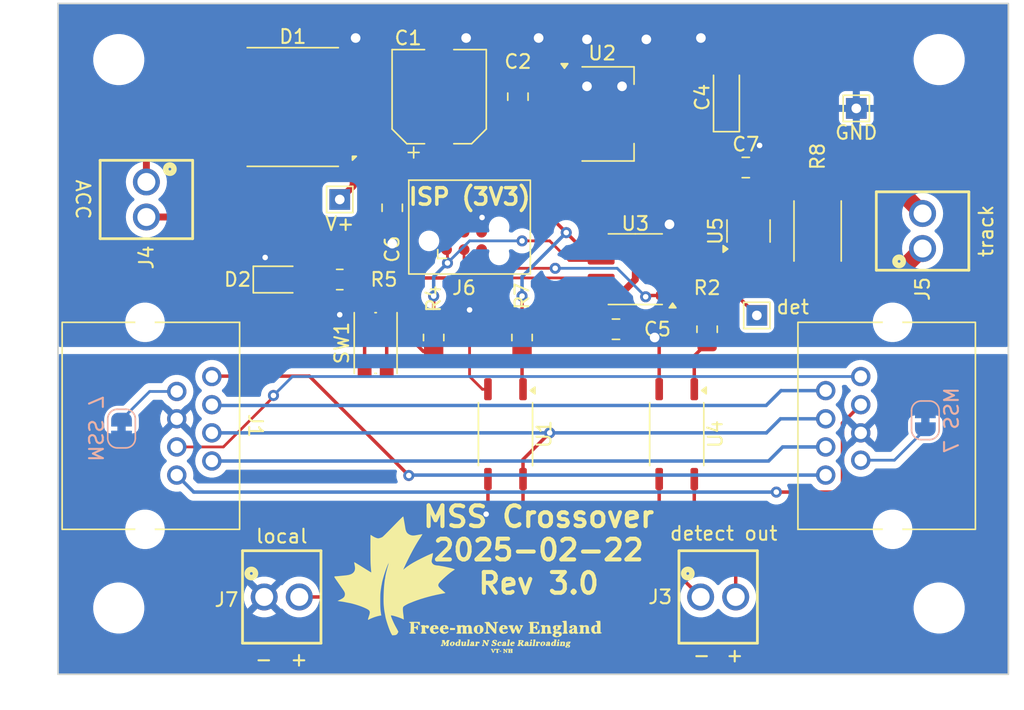
<source format=kicad_pcb>
(kicad_pcb (version 20240108) (generator "pcbnew") (generator_version "8.0")
  (title_block (date "2025-02-22") (rev "3.0"))
  (layers (0 "F.Cu" signal) (31 "B.Cu" signal) (34 "B.Paste" user) (35 "F.Paste" user) (36 "B.SilkS" user "B.Silkscreen") (37 "F.SilkS" user "F.Silkscreen") (38 "B.Mask" user) (39 "F.Mask" user) (44 "Edge.Cuts" user))
  (net 0 "")
  (net 1 "/Local A")
  (net 2 "/AAin A")
  (net 3 "/Ain A")
  (net 4 "Net-(D1-+)")
  (net 5 "/AD A")
  (net 6 "+3.3V")
  (net 7 "GND")
  (net 8 "/Ain B")
  (net 9 "/MOSI")
  (net 10 "/7 A")
  (net 11 "Net-(D2-A)")
  (net 12 "/AAin B")
  (net 13 "/RST")
  (net 14 "/SCK")
  (net 15 "/MISO")
  (net 16 "Net-(J5-Pin_1)")
  (net 17 "Net-(J4-Pin_1)")
  (net 18 "Net-(J4-Pin_2)")
  (net 19 "Net-(J3-Pin_2)")
  (net 20 "Net-(R4-Pad2)")
  (net 21 "Net-(U3-XTAL2{slash}PB4)")
  (net 22 "Net-(J5-Pin_2)")
  (net 23 "/7 B")
  (net 24 "Net-(U3-XTAL1{slash}PB3)")
  (net 25 "/MSS GND")
  (net 26 "Net-(J3-Pin_1)")
  (net 27 "Net-(R2-Pad2)")
  (net 28 "Net-(R7-Pad2)")
  (footprint "TestPoint:TestPoint_THTPad_1.5x1.5mm_Drill0.7mm" (layer "F.Cu") (at 161 97.6)
    (property "Reference" "TP1" (hide yes))
    (property "Value" "GND" (at 0 1.75 0) (layer "F.SilkS"))
    (pad "1" thru_hole rect (at 0 0) (size 1.5 1.5) (drill 0.7) (layers "*.Cu" "*.Mask") (net 7 "GND"))
  )
  (footprint "Package_TO_SOT_SMD:SOT-223-3_TabPin2" (layer "F.Cu") (at 143 98)
    (property "Reference" "U2" (at -0.4 -4.4 0) (layer "F.SilkS"))
    (property "Value" "AMS1117-3.3")
    (pad "1" smd roundrect (at -3.15 -2.3) (size 2 1.5) (layers "F.Cu" "F.Paste" "F.Mask") (net 7 "GND"))
    (pad "2" smd roundrect (at -3.15 0) (size 2 1.5) (layers "F.Cu" "F.Paste" "F.Mask") (net 6 "+3.3V"))
    (pad "2" smd roundrect (at 3.15 0) (size 2 3.8) (layers "F.Cu" "F.Paste" "F.Mask") (net 6 "+3.3V"))
    (pad "3" smd roundrect (at -3.15 2.3) (size 2 1.5) (layers "F.Cu" "F.Paste" "F.Mask") (net 4 "Net-(D1-+)"))
  )
  (footprint "myMods:MJ3221-88" (layer "F.Cu") (at 111.8 120.6 -90)
    (property "Reference" "J1" (at 0 -5.7 -90) (layer "F.SilkS"))
    (property "Value" "RJ45")
    (pad "" np_thru_hole circle (at -7.5 2.3 270) (size 1.4 1.4) (drill 2.36) (layers "F&B.Cu" "*.Mask"))
    (pad "" np_thru_hole circle (at 7.5 2.3 270) (size 1.4 1.4) (drill 2.36) (layers "F&B.Cu" "*.Mask"))
    (pad "1" thru_hole circle (at 3.57 0 270) (size 1.4 1.4) (drill 0.9) (layers "*.Cu" "*.Mask") (net 2 "/AAin A"))
    (pad "2" thru_hole circle (at 2.55 -2.54 270) (size 1.4 1.4) (drill 0.9) (layers "*.Cu" "*.Mask") (net 3 "/Ain A"))
    (pad "3" thru_hole circle (at 1.53 0 270) (size 1.4 1.4) (drill 0.9) (layers "*.Cu" "*.Mask") (net 12 "/AAin B"))
    (pad "4" thru_hole circle (at 0.51 -2.54 270) (size 1.4 1.4) (drill 0.9) (layers "*.Cu" "*.Mask") (net 1 "/Local A"))
    (pad "5" thru_hole circle (at -0.51 0 270) (size 1.4 1.4) (drill 0.9) (layers "*.Cu" "*.Mask") (net 25 "/MSS GND"))
    (pad "6" thru_hole circle (at -1.53 -2.54 270) (size 1.4 1.4) (drill 0.9) (layers "*.Cu" "*.Mask") (net 8 "/Ain B"))
    (pad "7" thru_hole circle (at -2.49 0 270) (size 1.4 1.4) (drill 0.9) (layers "*.Cu" "*.Mask") (net 10 "/7 A"))
    (pad "8" thru_hole circle (at -3.57 -2.54 270) (size 1.4 1.4) (drill 0.9) (layers "*.Cu" "*.Mask") (net 5 "/AD A"))
  )
  (footprint "Resistor_SMD:R_0805_2012Metric_Pad1.20x1.40mm_HandSolder" (layer "F.Cu") (at 150.2 113.6 -90)
    (property "Reference" "R2" (at -3 0 180) (layer "F.SilkS"))
    (property "Value" "2.2k")
    (pad "1" smd roundrect (at -1 0 270) (size 1.2 1.4) (layers "F.Cu" "F.Paste" "F.Mask") (roundrect_rratio 0.2083333333) (net 24 "Net-(U3-XTAL1{slash}PB3)"))
    (pad "2" smd roundrect (at 1 0 270) (size 1.2 1.4) (layers "F.Cu" "F.Paste" "F.Mask") (roundrect_rratio 0.2083333333) (net 27 "Net-(R2-Pad2)"))
  )
  (footprint "Resistor_SMD:R_0805_2012Metric_Pad1.20x1.40mm_HandSolder" (layer "F.Cu") (at 123.6 110 180)
    (property "Reference" "R5" (at -3.2 0 0) (layer "F.SilkS"))
    (property "Value" "4.7k")
    (pad "1" smd roundrect (at -1 0 180) (size 1.2 1.4) (layers "F.Cu" "F.Paste" "F.Mask") (roundrect_rratio 0.2083333333) (net 14 "/SCK"))
    (pad "2" smd roundrect (at 1 0 180) (size 1.2 1.4) (layers "F.Cu" "F.Paste" "F.Mask") (roundrect_rratio 0.2083333333) (net 11 "Net-(D2-A)"))
  )
  (footprint "Package_SO:SOIC-8_3.9x4.9mm_P1.27mm" (layer "F.Cu") (at 145 109.25 180)
    (property "Reference" "U3" (at 0 3.302 0) (layer "F.SilkS"))
    (property "Value" "ATtiny25-20SS")
    (pad "1" smd roundrect (at -2.475 -1.905 180) (size 1.95 0.6) (layers "F.Cu" "F.Paste" "F.Mask") (net 13 "/RST"))
    (pad "2" smd roundrect (at -2.475 -0.635 180) (size 1.95 0.6) (layers "F.Cu" "F.Paste" "F.Mask") (net 24 "Net-(U3-XTAL1{slash}PB3)"))
    (pad "3" smd roundrect (at -2.475 0.635 180) (size 1.95 0.6) (layers "F.Cu" "F.Paste" "F.Mask") (net 21 "Net-(U3-XTAL2{slash}PB4)"))
    (pad "4" smd roundrect (at -2.475 1.905 180) (size 1.95 0.6) (layers "F.Cu" "F.Paste" "F.Mask") (net 7 "GND"))
    (pad "5" smd roundrect (at 2.475 1.905 180) (size 1.95 0.6) (layers "F.Cu" "F.Paste" "F.Mask") (net 9 "/MOSI"))
    (pad "6" smd roundrect (at 2.475 0.635 180) (size 1.95 0.6) (layers "F.Cu" "F.Paste" "F.Mask") (net 15 "/MISO"))
    (pad "7" smd roundrect (at 2.475 -0.635 180) (size 1.95 0.6) (layers "F.Cu" "F.Paste" "F.Mask") (net 14 "/SCK"))
    (pad "8" smd roundrect (at 2.475 -1.905 180) (size 1.95 0.6) (layers "F.Cu" "F.Paste" "F.Mask") (net 6 "+3.3V"))
  )
  (footprint "MountingHole:MountingHole_3.2mm_M3" (layer "F.Cu") (at 167 94.064)
    (property "Reference" "REF**" (hide yes))
    (property "Value" "MountingHole_3.2mm_M3" (hide yes))
    (pad "" np_thru_hole circle (at 0 0) (size 3.2 3.2) (drill 3.2) (layers "*.Cu" "*.Mask"))
  )
  (footprint "Package_TO_SOT_SMD:SOT-23-5" (layer "F.Cu") (at 153.2 106.48375 90)
    (property "Reference" "U5" (at 0 -2.4 90) (layer "F.SilkS"))
    (property "Value" "INA180A3")
    (pad "1" smd roundrect (at -1.1375 -0.95 90) (size 1.325 0.6) (layers "F.Cu" "F.Paste" "F.Mask") (net 21 "Net-(U3-XTAL2{slash}PB4)"))
    (pad "2" smd roundrect (at -1.1375 0 90) (size 1.325 0.6) (layers "F.Cu" "F.Paste" "F.Mask") (net 7 "GND"))
    (pad "3" smd roundrect (at -1.1375 0.95 90) (size 1.325 0.6) (layers "F.Cu" "F.Paste" "F.Mask") (net 16 "Net-(J5-Pin_1)"))
    (pad "4" smd roundrect (at 1.1375 0.95 90) (size 1.325 0.6) (layers "F.Cu" "F.Paste" "F.Mask") (net 22 "Net-(J5-Pin_2)"))
    (pad "5" smd roundrect (at 1.1375 -0.95 90) (size 1.325 0.6) (layers "F.Cu" "F.Paste" "F.Mask") (net 6 "+3.3V"))
  )
  (footprint "MountingHole:MountingHole_3.2mm_M3" (layer "F.Cu") (at 107.6 133.8)
    (property "Reference" "REF**" (hide yes))
    (property "Value" "MountingHole_3.2mm_M3" (hide yes))
    (pad "" np_thru_hole circle (at 0 0) (size 3.2 3.2) (drill 3.2) (layers "*.Cu" "*.Mask"))
  )
  (footprint "Capacitor_SMD:C_0805_2012Metric_Pad1.18x1.45mm_HandSolder" (layer "F.Cu") (at 127.4 104.8 90)
    (property "Reference" "C6" (at -3 0 90) (layer "F.SilkS"))
    (property "Value" "100nF")
    (pad "1" smd roundrect (at -1.0375 0 90) (size 1.175 1.45) (layers "F.Cu" "F.Paste" "F.Mask") (roundrect_rratio 0.2127659574) (net 7 "GND"))
    (pad "2" smd roundrect (at 1.0375 0 90) (size 1.175 1.45) (layers "F.Cu" "F.Paste" "F.Mask") (roundrect_rratio 0.2127659574) (net 6 "+3.3V"))
  )
  (footprint "Capacitor_SMD:CP_Elec_6.3x7.7" (layer "F.Cu") (at 130.8 96.75 90)
    (property "Reference" "C1" (at 4.25 -2.25 180) (layer "F.SilkS"))
    (property "Value" "100µF")
    (pad "1" smd roundrect (at -2.7 0 90) (size 3.5 1.6) (layers "F.Cu" "F.Paste" "F.Mask") (roundrect_rratio 0.15625) (net 4 "Net-(D1-+)"))
    (pad "2" smd roundrect (at 2.7 0 90) (size 3.5 1.6) (layers "F.Cu" "F.Paste" "F.Mask") (roundrect_rratio 0.15625) (net 7 "GND"))
  )
  (footprint "Capacitor_SMD:C_0805_2012Metric_Pad1.18x1.45mm_HandSolder" (layer "F.Cu") (at 136.5 96.75 90)
    (property "Reference" "C2" (at 2.54 0 180) (layer "F.SilkS"))
    (property "Value" ".33µF")
    (pad "1" smd roundrect (at -1.0375 0 90) (size 1.175 1.45) (layers "F.Cu" "F.Paste" "F.Mask") (roundrect_rratio 0.2127659574) (net 4 "Net-(D1-+)"))
    (pad "2" smd roundrect (at 1.0375 0 90) (size 1.175 1.45) (layers "F.Cu" "F.Paste" "F.Mask") (roundrect_rratio 0.2127659574) (net 7 "GND"))
  )
  (footprint "MountingHole:MountingHole_3.2mm_M3" (layer "F.Cu") (at 107.6 94.064)
    (property "Reference" "REF**" (hide yes))
    (property "Value" "MountingHole_3.2mm_M3" (hide yes))
    (pad "" np_thru_hole circle (at 0 0) (size 3.2 3.2) (drill 3.2) (layers "*.Cu" "*.Mask"))
  )
  (footprint "myMods:Free-moNH-20" (layer "F.Cu") (at 132.8 132.4)
    (property "Reference" "G***" (hide yes))
    (property "Value" "LOGO" (hide yes))
  )
  (footprint "Package_SO:SOIC-4_4.55x3.7mm_P2.54mm" (layer "F.Cu") (at 148 121.2 -90)
    (property "Reference" "U4" (at 0 -2.8 90) (layer "F.SilkS"))
    (property "Value" "TLP187")
    (pad "1" smd roundrect (at -3.25 -1.27 270) (size 1.6 0.55) (layers "F.Cu" "F.Paste" "F.Mask") (net 27 "Net-(R2-Pad2)"))
    (pad "3" smd roundrect (at -3.25 1.27 270) (size 1.6 0.55) (layers "F.Cu" "F.Paste" "F.Mask") (net 7 "GND"))
    (pad "4" smd roundrect (at 3.25 1.27 270) (size 1.6 0.55) (layers "F.Cu" "F.Paste" "F.Mask") (net 26 "Net-(J3-Pin_1)"))
    (pad "6" smd roundrect (at 3.25 -1.27 270) (size 1.6 0.55) (layers "F.Cu" "F.Paste" "F.Mask") (net 19 "Net-(J3-Pin_2)"))
  )
  (footprint "Package_SO:SOIC-4_4.55x3.7mm_P2.54mm" (layer "F.Cu") (at 135.6 121.2 -90)
    (property "Reference" "U1" (at 0 -2.8 90) (layer "F.SilkS"))
    (property "Value" "TLP187")
    (pad "1" smd roundrect (at -3.25 -1.27 270) (size 1.6 0.55) (layers "F.Cu" "F.Paste" "F.Mask") (net 28 "Net-(R7-Pad2)"))
    (pad "3" smd roundrect (at -3.25 1.27 270) (size 1.6 0.55) (layers "F.Cu" "F.Paste" "F.Mask") (net 7 "GND"))
    (pad "4" smd roundrect (at 3.25 1.27 270) (size 1.6 0.55) (layers "F.Cu" "F.Paste" "F.Mask") (net 25 "/MSS GND"))
    (pad "6" smd roundrect (at 3.25 -1.27 270) (size 1.6 0.55) (layers "F.Cu" "F.Paste" "F.Mask") (net 1 "/Local A"))
  )
  (footprint "LED_SMD:LED_0805_2012Metric_Pad1.15x1.40mm_HandSolder" (layer "F.Cu") (at 119.2 110)
    (property "Reference" "D2" (at -3 0 0) (layer "F.SilkS"))
    (property "Value" "red")
    (pad "1" smd roundrect (at -1.025 0) (size 1.15 1.4) (layers "F.Cu" "F.Paste" "F.Mask") (roundrect_rratio 0.2173913043) (net 7 "GND"))
    (pad "2" smd roundrect (at 1.025 0) (size 1.15 1.4) (layers "F.Cu" "F.Paste" "F.Mask") (roundrect_rratio 0.2173913043) (net 11 "Net-(D2-A)"))
  )
  (footprint "Resistor_SMD:R_0805_2012Metric_Pad1.20x1.40mm_HandSolder" (layer "F.Cu") (at 136.8 114.2 -90)
    (property "Reference" "R7" (at -3 0 90) (layer "F.SilkS"))
    (property "Value" "2.2k")
    (pad "1" smd roundrect (at -1 0 270) (size 1.2 1.4) (layers "F.Cu" "F.Paste" "F.Mask") (roundrect_rratio 0.2083333333) (net 9 "/MOSI"))
    (pad "2" smd roundrect (at 1 0 270) (size 1.2 1.4) (layers "F.Cu" "F.Paste" "F.Mask") (roundrect_rratio 0.2083333333) (net 28 "Net-(R7-Pad2)"))
  )
  (footprint "MountingHole:MountingHole_3.2mm_M3" (layer "F.Cu") (at 167 133.8)
    (property "Reference" "REF**" (hide yes))
    (property "Value" "MountingHole_3.2mm_M3" (hide yes))
    (pad "" np_thru_hole circle (at 0 0) (size 3.2 3.2) (drill 3.2) (layers "*.Cu" "*.Mask"))
  )
  (footprint "Capacitor_SMD:C_0805_2012Metric_Pad1.18x1.45mm_HandSolder" (layer "F.Cu") (at 153 101.88375)
    (property "Reference" "C7" (at 0 -1.68 0) (layer "F.SilkS"))
    (property "Value" "100nF")
    (pad "1" smd roundrect (at -1.0375 0) (size 1.175 1.45) (layers "F.Cu" "F.Paste" "F.Mask") (roundrect_rratio 0.2127659574) (net 6 "+3.3V"))
    (pad "2" smd roundrect (at 1.0375 0) (size 1.175 1.45) (layers "F.Cu" "F.Paste" "F.Mask") (roundrect_rratio 0.2127659574) (net 7 "GND"))
  )
  (footprint "Capacitor_Tantalum_SMD:CP_EIA-3216-18_Kemet-A_Pad1.58x1.35mm_HandSolder" (layer "F.Cu") (at 151.6 96.8 90)
    (property "Reference" "C4" (at 0 -1.75 90) (layer "F.SilkS"))
    (property "Value" "22 µF")
    (pad "1" smd roundrect (at -1.4375 0 90) (size 1.575 1.35) (layers "F.Cu" "F.Paste" "F.Mask") (roundrect_rratio 0.185185) (net 6 "+3.3V"))
    (pad "2" smd roundrect (at 1.4375 0 90) (size 1.575 1.35) (layers "F.Cu" "F.Paste" "F.Mask") (roundrect_rratio 0.185185) (net 7 "GND"))
  )
  (footprint "Imports:691210910002" (layer "F.Cu") (at 109.6 104.2 -90)
    (property "Reference" "J4" (at 4.2 0 90) (layer "F.SilkS"))
    (property "Value" "Screw_Terminal_01x02")
    (property "Label" "ACC" (at 0 4.6 -90) (layer "F.SilkS"))
    (pad "1" thru_hole circle (at -1.27 0 270) (size 1.95 1.95) (drill 1.3) (layers "*.Cu" "*.Mask") (net 17 "Net-(J4-Pin_1)"))
    (pad "2" thru_hole circle (at 1.27 0 270) (size 1.95 1.95) (drill 1.3) (layers "*.Cu" "*.Mask") (net 18 "Net-(J4-Pin_2)"))
  )
  (footprint "Resistor_SMD:R_2512_6332Metric" (layer "F.Cu") (at 158.2 106.48375 90)
    (property "Reference" "R8" (at 5.4 0 90) (layer "F.SilkS"))
    (property "Value" "0.1Ω")
    (pad "1" smd roundrect (at -2.9625 0 90) (size 1.225 3.35) (layers "F.Cu" "F.Paste" "F.Mask") (roundrect_rratio 0.2040816327) (net 16 "Net-(J5-Pin_1)"))
    (pad "2" smd roundrect (at 2.9625 0 90) (size 1.225 3.35) (layers "F.Cu" "F.Paste" "F.Mask") (roundrect_rratio 0.2040816327) (net 22 "Net-(J5-Pin_2)"))
  )
  (footprint "Imports:691210910002" (layer "F.Cu") (at 151 133)
    (property "Reference" "J3" (at -4.2 0 0) (layer "F.SilkS"))
    (property "Value" "Screw_Terminal_01x02")
    (property "Label" "detect out" (at 0.4 -4.6 0) (layer "F.SilkS"))
    (fp_text user "+" (at 1.2 4.8 0) (layer "F.SilkS") (effects (justify bottom)))
    (fp_text user "-" (at -1.2 4.8 0) (layer "F.SilkS") (effects (justify bottom)))
    (pad "1" thru_hole circle (at -1.27 0) (size 1.95 1.95) (drill 1.3) (layers "*.Cu" "*.Mask") (net 26 "Net-(J3-Pin_1)"))
    (pad "2" thru_hole circle (at 1.27 0) (size 1.95 1.95) (drill 1.3) (layers "*.Cu" "*.Mask") (net 19 "Net-(J3-Pin_2)"))
  )
  (footprint "Connector:Tag-Connect_TC2030-IDC-NL_2x03_P1.27mm_Vertical" (layer "F.Cu") (at 132.6 107.2)
    (property "Reference" "J6" (at 0 3.4 0) (layer "F.SilkS"))
    (property "Value" "ISP (3V3)" (at 0.4 -3.2 0) (layer "F.SilkS") (effects (font (size 1.2 1.2) (thickness 0.25) (bold yes))))
    (pad "" np_thru_hole circle (at -2.54 0) (size 0.9906 0.9906) (drill 0.9906) (layers "*.Cu" "*.Mask"))
    (pad "" np_thru_hole circle (at 2.54 -1.016) (size 0.9906 0.9906) (drill 0.9906) (layers "*.Cu" "*.Mask"))
    (pad "" np_thru_hole circle (at 2.54 1.016) (size 0.9906 0.9906) (drill 0.9906) (layers "*.Cu" "*.Mask"))
    (pad "1" connect circle (at -1.27 0.635) (size 0.7874 0.7874) (layers "F.Cu" "F.Mask") (net 15 "/MISO"))
    (pad "2" connect circle (at -1.27 -0.635) (size 0.7874 0.7874) (layers "F.Cu" "F.Mask") (net 6 "+3.3V"))
    (pad "3" connect circle (at 0 0.635) (size 0.7874 0.7874) (layers "F.Cu" "F.Mask") (net 14 "/SCK"))
    (pad "4" connect circle (at 0 -0.635) (size 0.7874 0.7874) (layers "F.Cu" "F.Mask") (net 9 "/MOSI"))
    (pad "5" connect circle (at 1.27 0.635) (size 0.7874 0.7874) (layers "F.Cu" "F.Mask") (net 13 "/RST"))
    (pad "6" connect circle (at 1.27 -0.635) (size 0.7874 0.7874) (layers "F.Cu" "F.Mask") (net 7 "GND"))
    (zone (net 0) (net_name "") (layer "F.Cu") (connect_pads (clearance 0)) (min_thickness 0.254)
      (keepout (tracks allowed) (vias not_allowed) (pads allowed) (copperpour not_allowed) (footprints not_allowed))
      (fill (thermal_gap 0.508) (thermal_bridge_width 0.508))
      (polygon (pts (xy 133.87 106.565) (xy 131.33 106.565) (xy 131.33 107.835) (xy 133.87 107.835)))
    )
  )
  (footprint "Button_Switch_SMD:SW_Push_1P1T_NO_CK_KMR2" (layer "F.Cu") (at 126.2 114.6 90)
    (property "Reference" "SW1" (at 0 -2.45 90) (layer "F.SilkS"))
    (property "Value" "Set")
    (pad "1" smd rect (at -2.05 -0.8 90) (size 0.9 1) (layers "F.Cu" "F.Paste" "F.Mask") (net 7 "GND"))
    (pad "1" smd rect (at 2.05 -0.8 90) (size 0.9 1) (layers "F.Cu" "F.Paste" "F.Mask") (net 7 "GND"))
    (pad "2" smd rect (at -2.05 0.8 90) (size 0.9 1) (layers "F.Cu" "F.Paste" "F.Mask") (net 20 "Net-(R4-Pad2)"))
    (pad "2" smd rect (at 2.05 0.8 90) (size 0.9 1) (layers "F.Cu" "F.Paste" "F.Mask") (net 20 "Net-(R4-Pad2)"))
  )
  (footprint "myMods:MJ3221-88" (layer "F.Cu") (at 161.325 120.6 90)
    (property "Reference" "J2" (hide yes))
    (property "Value" "RJ45")
    (pad "" np_thru_hole circle (at -7.5 2.3 90) (size 1.4 1.4) (drill 2.36) (layers "F&B.Cu" "*.Mask"))
    (pad "" np_thru_hole circle (at 7.5 2.3 90) (size 1.4 1.4) (drill 2.36) (layers "F&B.Cu" "*.Mask"))
    (pad "1" thru_hole circle (at 3.57 0 90) (size 1.4 1.4) (drill 0.9) (layers "*.Cu" "*.Mask") (net 12 "/AAin B"))
    (pad "2" thru_hole circle (at 2.55 -2.54 90) (size 1.4 1.4) (drill 0.9) (layers "*.Cu" "*.Mask") (net 8 "/Ain B"))
    (pad "3" thru_hole circle (at 1.53 0 90) (size 1.4 1.4) (drill 0.9) (layers "*.Cu" "*.Mask") (net 2 "/AAin A"))
    (pad "4" thru_hole circle (at 0.51 -2.54 90) (size 1.4 1.4) (drill 0.9) (layers "*.Cu" "*.Mask") (net 1 "/Local A"))
    (pad "5" thru_hole circle (at -0.51 0 90) (size 1.4 1.4) (drill 0.9) (layers "*.Cu" "*.Mask") (net 25 "/MSS GND"))
    (pad "6" thru_hole circle (at -1.53 -2.54 90) (size 1.4 1.4) (drill 0.9) (layers "*.Cu" "*.Mask") (net 3 "/Ain A"))
    (pad "7" thru_hole circle (at -2.49 0 90) (size 1.4 1.4) (drill 0.9) (layers "*.Cu" "*.Mask") (net 23 "/7 B"))
    (pad "8" thru_hole circle (at -3.57 -2.54 90) (size 1.4 1.4) (drill 0.9) (layers "*.Cu" "*.Mask") (net 5 "/AD A"))
  )
  (footprint "Imports:691210910002" (layer "F.Cu") (at 165.8 106.48375 90)
    (property "Reference" "J5" (at -4.2 0 90) (layer "F.SilkS"))
    (property "Value" "Screw_Terminal_01x02")
    (property "Label" "track" (at 0 4.6 90) (layer "F.SilkS"))
    (pad "1" thru_hole circle (at -1.27 0 90) (size 1.95 1.95) (drill 1.3) (layers "*.Cu" "*.Mask") (net 16 "Net-(J5-Pin_1)"))
    (pad "2" thru_hole circle (at 1.27 0 90) (size 1.95 1.95) (drill 1.3) (layers "*.Cu" "*.Mask") (net 22 "Net-(J5-Pin_2)"))
  )
  (footprint "Diode_SMD:Diode_Bridge_Vishay_DFS" (layer "F.Cu") (at 120.2 97.5 180)
    (property "Reference" "D1" (at 0 5.1 0) (layer "F.SilkS"))
    (property "Value" "DF04S")
    (pad "1" smd rect (at -4.37 -2.55 180) (size 2 1.5) (layers "F.Cu" "F.Paste" "F.Mask") (net 4 "Net-(D1-+)"))
    (pad "2" smd rect (at -4.37 2.55 180) (size 2 1.5) (layers "F.Cu" "F.Paste" "F.Mask") (net 7 "GND"))
    (pad "3" smd rect (at 4.37 2.55 180) (size 2 1.5) (layers "F.Cu" "F.Paste" "F.Mask") (net 17 "Net-(J4-Pin_1)"))
    (pad "4" smd rect (at 4.37 -2.55 180) (size 2 1.5) (layers "F.Cu" "F.Paste" "F.Mask") (net 18 "Net-(J4-Pin_2)"))
  )
  (footprint "Resistor_SMD:R_0805_2012Metric_Pad1.20x1.40mm_HandSolder" (layer "F.Cu") (at 130.4 114.2 -90)
    (property "Reference" "R4" (at -2.8 0 90) (layer "F.SilkS"))
    (property "Value" "4.7k")
    (pad "1" smd roundrect (at -1 0 270) (size 1.2 1.4) (layers "F.Cu" "F.Paste" "F.Mask") (roundrect_rratio 0.2083333333) (net 15 "/MISO"))
    (pad "2" smd roundrect (at 1 0 270) (size 1.2 1.4) (layers "F.Cu" "F.Paste" "F.Mask") (roundrect_rratio 0.2083333333) (net 20 "Net-(R4-Pad2)"))
  )
  (footprint "Imports:691210910002" (layer "F.Cu") (at 119.4 133)
    (property "Reference" "J7" (at -4 0.2 0) (layer "F.SilkS"))
    (property "Value" "Screw_Terminal_01x02")
    (property "Label" "local" (at 0 -4.4 0) (layer "F.SilkS"))
    (fp_text user "+" (at 1.25 5.1 0) (layer "F.SilkS") (effects (justify bottom)))
    (fp_text user "-" (at -1.3 5.1 0) (layer "F.SilkS") (effects (justify bottom)))
    (pad "1" thru_hole circle (at -1.27 0) (size 1.95 1.95) (drill 1.3) (layers "*.Cu" "*.Mask") (net 25 "/MSS GND"))
    (pad "2" thru_hole circle (at 1.27 0) (size 1.95 1.95) (drill 1.3) (layers "*.Cu" "*.Mask") (net 1 "/Local A"))
  )
  (footprint "TestPoint:TestPoint_THTPad_1.5x1.5mm_Drill0.7mm" (layer "F.Cu") (at 153.8 112.6)
    (property "Reference" "TP2" (hide yes))
    (property "Value" "det" (at 2.6 -0.6 0) (layer "F.SilkS"))
    (pad "1" thru_hole rect (at 0 0) (size 1.5 1.5) (drill 0.7) (layers "*.Cu" "*.Mask") (net 21 "Net-(U3-XTAL2{slash}PB4)"))
  )
  (footprint "Capacitor_SMD:C_0805_2012Metric_Pad1.18x1.45mm_HandSolder" (layer "F.Cu") (at 143.6 113.6 180)
    (property "Reference" "C5" (at -3 0 0) (layer "F.SilkS"))
    (property "Value" "100nF")
    (pad "1" smd roundrect (at -1.0375 0 180) (size 1.175 1.45) (layers "F.Cu" "F.Paste" "F.Mask") (roundrect_rratio 0.2127659574) (net 7 "GND"))
    (pad "2" smd roundrect (at 1.0375 0 180) (size 1.175 1.45) (layers "F.Cu" "F.Paste" "F.Mask") (roundrect_rratio 0.2127659574) (net 6 "+3.3V"))
  )
  (footprint "TestPoint:TestPoint_THTPad_1.5x1.5mm_Drill0.7mm" (layer "F.Cu") (at 123.6 104.2)
    (property "Reference" "TP3" (hide yes))
    (property "Value" "V+" (at 0 1.75 0) (layer "F.SilkS"))
    (pad "1" thru_hole rect (at 0 0) (size 1.5 1.5) (drill 0.7) (layers "*.Cu" "*.Mask") (net 4 "Net-(D1-+)"))
  )
  (footprint "Jumper:SolderJumper-2_P1.3mm_Bridged_RoundedPad1.0x1.5mm" (layer "B.Cu") (at 166 120.2 -90)
    (property "Reference" "JP2" (hide yes))
    (property "Value" "MSS 7" (at 0 -1.9 90) (layer "B.SilkS") (effects (justify mirror)))
    (fp_poly (pts (xy 0.25 0.3) (xy -0.25 0.3) (xy -0.25 -0.3) (xy 0.25 -0.3)) (fill solid) (layer "B.Cu"))
    (pad "1" smd custom (at -0.65 0 270) (size 1 0.5) (layers "B.Cu" "B.Mask") (net 25 "/MSS GND") (options (clearance outline) (anchor rect)) (primitives (gr_circle (center 0 -0.25) (end 0.5 -0.25) (width 0) (fill yes)) (gr_circle (center 0 0.25) (end 0.5 0.25) (width 0) (fill yes)) (gr_poly (pts (xy 0.5 -0.75) (xy 0 -0.75) (xy 0 0.75) (xy 0.5 0.75)) (width 0) (fill yes))))
    (pad "2" smd custom (at 0.65 0 270) (size 1 0.5) (layers "B.Cu" "B.Mask") (net 23 "/7 B") (options (clearance outline) (anchor rect)) (primitives (gr_circle (center 0 -0.25) (end 0.5 -0.25) (width 0) (fill yes)) (gr_circle (center 0 0.25) (end 0.5 0.25) (width 0) (fill yes)) (gr_poly (pts (xy 0 -0.75) (xy -0.5 -0.75) (xy -0.5 0.75) (xy 0 0.75)) (width 0) (fill yes))))
  )
  (footprint "Jumper:SolderJumper-2_P1.3mm_Bridged_RoundedPad1.0x1.5mm" (layer "B.Cu") (at 107.8 120.8 90)
    (property "Reference" "JP1" (hide yes))
    (property "Value" "MSS 7" (at 0 -1.9 -90) (layer "B.SilkS") (effects (justify mirror)))
    (fp_poly (pts (xy 0.25 0.3) (xy -0.25 0.3) (xy -0.25 -0.3) (xy 0.25 -0.3)) (fill solid) (layer "B.Cu"))
    (pad "1" smd custom (at -0.65 0 90) (size 1 0.5) (layers "B.Cu" "B.Mask") (net 25 "/MSS GND") (options (clearance outline) (anchor rect)) (primitives (gr_circle (center 0 -0.25) (end 0.5 -0.25) (width 0) (fill yes)) (gr_circle (center 0 0.25) (end 0.5 0.25) (width 0) (fill yes)) (gr_poly (pts (xy 0.5 -0.75) (xy 0 -0.75) (xy 0 0.75) (xy 0.5 0.75)) (width 0) (fill yes))))
    (pad "2" smd custom (at 0.65 0 90) (size 1 0.5) (layers "B.Cu" "B.Mask") (net 10 "/7 A") (options (clearance outline) (anchor rect)) (primitives (gr_circle (center 0 -0.25) (end 0.5 -0.25) (width 0) (fill yes)) (gr_circle (center 0 0.25) (end 0.5 0.25) (width 0) (fill yes)) (gr_poly (pts (xy 0 -0.75) (xy -0.5 -0.75) (xy -0.5 0.75) (xy 0 0.75)) (width 0) (fill yes))))
  )
  (gr_rect (start 128.6 102.8) (end 137.4 109.6) (stroke (width 0.12)) (fill none) (layer "F.SilkS"))
  (gr_rect (start 103.2 90) (end 172.010346 138.6) (stroke (width 0.12)) (fill none) (layer "Edge.Cuts"))
  (gr_text "MSS Crossover\n${ISSUE_DATE}\nRev ${REVISION}" (at 138 129.6 0) (layer "F.SilkS") (effects (font (size 1.5 1.5) (thickness 0.3))))
  (segment (start 136.87 123.04) (end 136.87 124.45) (width 0.25) (layer "F.Cu") (net 1))
  (segment (start 136.87 126.33) (end 136.87 124.45) (width 0.25) (layer "F.Cu") (net 1))
  (segment (start 120.67 133) (end 130.2 133) (width 0.25) (layer "F.Cu") (net 1))
  (segment (start 130.2 133) (end 136.87 126.33) (width 0.25) (layer "F.Cu") (net 1))
  (segment (start 138.8 121.11) (end 136.87 123.04) (width 0.25) (layer "F.Cu") (net 1))
  (via (at 138.8 121.11) (size 0.8) (drill 0.4) (layers "F.Cu" "B.Cu") (net 1))
  (segment (start 155.51 120.09) (end 158.785 120.09) (width 0.25) (layer "B.Cu") (net 1))
  (segment (start 154.49 121.11) (end 155.51 120.09) (width 0.25) (layer "B.Cu") (net 1))
  (segment (start 138.8 121.11) (end 114.34 121.11) (width 0.25) (layer "B.Cu") (net 1))
  (segment (start 138.8 121.11) (end 154.49 121.11) (width 0.25) (layer "B.Cu") (net 1))
  (segment (start 160 120.395) (end 161.325 119.07) (width 0.25) (layer "F.Cu") (net 2))
  (segment (start 159.402285 125.4) (end 160 124.802285) (width 0.25) (layer "F.Cu") (net 2))
  (segment (start 160 124.802285) (end 160 120.395) (width 0.25) (layer "F.Cu") (net 2))
  (segment (start 155.210393 125.4) (end 159.402285 125.4) (width 0.25) (layer "F.Cu") (net 2))
  (via (at 155.210393 125.4) (size 0.8) (drill 0.4) (layers "F.Cu" "B.Cu") (net 2))
  (segment (start 113.03 125.4) (end 155.210393 125.4) (width 0.25) (layer "B.Cu") (net 2))
  (segment (start 111.8 124.17) (end 113.03 125.4) (width 0.25) (layer "B.Cu") (net 2))
  (segment (start 155.67 122.13) (end 154.65 123.15) (width 0.25) (layer "B.Cu") (net 3))
  (segment (start 154.65 123.15) (end 114.34 123.15) (width 0.25) (layer "B.Cu") (net 3))
  (segment (start 158.785 122.13) (end 155.67 122.13) (width 0.25) (layer "B.Cu") (net 3))
  (segment (start 136.5 99.45) (end 137.45 99.45) (width 0.5) (layer "F.Cu") (net 4))
  (segment (start 124.57 100.05) (end 124.62 100) (width 0.5) (layer "F.Cu") (net 4))
  (segment (start 130.25 100) (end 130.8 99.45) (width 0.5) (layer "F.Cu") (net 4))
  (segment (start 137.45 99.45) (end 138.3 100.3) (width 0.5) (layer "F.Cu") (net 4))
  (segment (start 130.8 99.45) (end 136.5 99.45) (width 0.5) (layer "F.Cu") (net 4))
  (segment (start 124.62 100) (end 130.25 100) (width 0.5) (layer "F.Cu") (net 4))
  (segment (start 124.57 100.05) (end 124.57 103.23) (width 0.5) (layer "F.Cu") (net 4))
  (segment (start 124.57 103.23) (end 123.6 104.2) (width 0.5) (layer "F.Cu") (net 4))
  (segment (start 136.5 97.7875) (end 136.5 99.45) (width 0.5) (layer "F.Cu") (net 4))
  (segment (start 138.3 100.3) (end 139.85 100.3) (width 0.5) (layer "F.Cu") (net 4))
  (segment (start 114.37 117) (end 114.34 117.03) (width 0.25) (layer "F.Cu") (net 5))
  (segment (start 121.4 117) (end 114.37 117) (width 0.25) (layer "F.Cu") (net 5))
  (segment (start 128.6 124.2) (end 121.4 117) (width 0.25) (layer "F.Cu") (net 5))
  (via (at 128.6 124.2) (size 0.8) (drill 0.4) (layers "F.Cu" "B.Cu") (net 5))
  (segment (start 128.63 124.17) (end 158.785 124.17) (width 0.25) (layer "B.Cu") (net 5))
  (segment (start 128.6 124.2) (end 128.63 124.17) (width 0.25) (layer "B.Cu") (net 5))
  (segment (start 142.525 113.5625) (end 142.525 111.155) (width 0.5) (layer "F.Cu") (net 6))
  (segment (start 151.3625 98) (end 151.6 98.2375) (width 0.5) (layer "F.Cu") (net 6))
  (segment (start 145 102.16) (end 145 103.6) (width 0.5) (layer "F.Cu") (net 6))
  (segment (start 127.5625 103.6) (end 127.4 103.7625) (width 0.5) (layer "F.Cu") (net 6))
  (segment (start 152.25 102.17125) (end 152.25 105.34625) (width 0.5) (layer "F.Cu") (net 6))
  (segment (start 142.5625 113.6) (end 142.525 113.5625) (width 0.5) (layer "F.Cu") (net 6))
  (segment (start 142.525 111.155) (end 143.845 111.155) (width 0.5) (layer "F.Cu") (net 6))
  (segment (start 131.33 103.67) (end 131.4 103.6) (width 0.5) (layer "F.Cu") (net 6))
  (segment (start 151.9625 101.88375) (end 151.9625 98.6) (width 0.5) (layer "F.Cu") (net 6))
  (segment (start 146.15 98) (end 146.15 101.01) (width 0.5) (layer "F.Cu") (net 6))
  (segment (start 131.4 103.6) (end 127.5625 103.6) (width 0.5) (layer "F.Cu") (net 6))
  (segment (start 146.15 98) (end 151.3625 98) (width 0.5) (layer "F.Cu") (net 6))
  (segment (start 151.6 98.2375) (end 152 98.6375) (width 0.5) (layer "F.Cu") (net 6))
  (segment (start 151.9625 98.6) (end 151.6 98.2375) (width 0.5) (layer "F.Cu") (net 6))
  (segment (start 143.845 111.155) (end 145 110) (width 0.5) (layer "F.Cu") (net 6))
  (segment (start 145 103.6) (end 131.4 103.6) (width 0.5) (layer "F.Cu") (net 6))
  (segment (start 151.9625 101.88375) (end 152.25 102.17125) (width 0.5) (layer "F.Cu") (net 6))
  (segment (start 131.33 106.565) (end 131.33 103.67) (width 0.5) (layer "F.Cu") (net 6))
  (segment (start 146.15 101.01) (end 145 102.16) (width 0.5) (layer "F.Cu") (net 6))
  (segment (start 145 110) (end 145 103.6) (width 0.5) (layer "F.Cu") (net 6))
  (segment (start 139.85 98) (end 146.15 98) (width 0.5) (layer "F.Cu") (net 6))
  (segment (start 146.4 114.2) (end 146.73 114.53) (width 0.25) (layer "F.Cu") (net 7))
  (segment (start 118.175 110) (end 118.175 108.425) (width 0.25) (layer "F.Cu") (net 7))
  (segment (start 123.6 112.55) (end 125.4 112.55) (width 0.25) (layer "F.Cu") (net 7))
  (segment (start 145.2375 114.2) (end 144.6375 113.6) (width 0.5) (layer "F.Cu") (net 7))
  (segment (start 133.87 105.537806) (end 133.903903 105.503903) (width 0.2) (layer "F.Cu") (net 7))
  (segment (start 146.73 114.53) (end 146.73 117.95) (width 0.25) (layer "F.Cu") (net 7))
  (segment (start 146.4 114.2) (end 145.2375 114.2) (width 0.5) (layer "F.Cu") (net 7))
  (segment (start 153.2 104.28375) (end 154.0375 103.44625) (width 0.25) (layer "F.Cu") (net 7))
  (segment (start 127.4 105.8375) (end 127.4 107.4) (width 0.5) (layer "F.Cu") (net 7))
  (segment (start 154 101.84625) (end 154.0375 101.88375) (width 0.5) (layer "F.Cu") (net 7))
  (segment (start 118.175 108.425) (end 118.2 108.4) (width 0.25) (layer "F.Cu") (net 7))
  (segment (start 153.2 107.62125) (end 153.2 104.28375) (width 0.25) (layer "F.Cu") (net 7))
  (segment (start 133.87 106.565) (end 133.87 105.537806) (width 0.2) (layer "F.Cu") (net 7))
  (segment (start 147.475 106) (end 147.475 107.345) (width 0.5) (layer "F.Cu") (net 7))
  (segment (start 154 100.28375) (end 154 101.84625) (width 0.5) (layer "F.Cu") (net 7))
  (segment (start 133.93 117.95) (end 134.33 117.95) (width 0.2) (layer "F.Cu") (net 7))
  (segment (start 133 112.2) (end 133 117.02) (width 0.2) (layer "F.Cu") (net 7))
  (segment (start 154.0375 103.44625) (end 154.0375 101.88375) (width 0.25) (layer "F.Cu") (net 7))
  (segment (start 125.4 116.65) (end 125.4 112.55) (width 0.25) (layer "F.Cu") (net 7))
  (segment (start 133 117.02) (end 133.93 117.95) (width 0.2) (layer "F.Cu") (net 7))
  (via (at 127.4 107.4) (size 1.2) (drill 0.7) (layers "F.Cu" "B.Cu") (net 7))
  (via (at 147.475 106) (size 1.2) (drill 0.7) (layers "F.Cu" "B.Cu") (net 7))
  (via (at 133 112.2) (size 0.8) (drill 0.4) (layers "F.Cu" "B.Cu") (net 7))
  (via (at 154 100.28375) (size 0.8) (drill 0.4) (layers "F.Cu" "B.Cu") (net 7))
  (via (at 141.5 96) (size 1.2) (drill 0.7) (layers "F.Cu" "B.Cu") (net 7))
  (via (at 145.8 92.6) (size 1.2) (drill 0.7) (layers "F.Cu" "B.Cu") (net 7))
  (via (at 133.903903 105.503903) (size 0.8) (drill 0.4) (layers "F.Cu" "B.Cu") (net 7))
  (via (at 118.2 108.4) (size 0.8) (drill 0.4) (layers "F.Cu" "B.Cu") (net 7))
  (via (at 146.4 114.2) (size 1.2) (drill 0.7) (layers "F.Cu" "B.Cu") (net 7))
  (via (at 141.5 92.6) (size 1.2) (drill 0.7) (layers "F.Cu" "B.Cu") (net 7))
  (via (at 124.75 92.5) (size 1.2) (drill 0.7) (layers "F.Cu" "B.Cu") (net 7))
  (via (at 123.6 112.55) (size 0.8) (drill 0.4) (layers "F.Cu" "B.Cu") (net 7))
  (via (at 144.04 96) (size 1.2) (drill 0.7) (layers "F.Cu" "B.Cu") (net 7))
  (via (at 149.75 92.5) (size 1.2) (drill 0.7) (layers "F.Cu" "B.Cu") (net 7))
  (via (at 138 92.5) (size 1.2) (drill 0.7) (layers "F.Cu" "B.Cu") (net 7))
  (via (at 132.75 92.5) (size 1.2) (drill 0.7) (layers "F.Cu" "B.Cu") (net 7))
  (segment (start 158.785 118.05) (end 155.55 118.05) (width 0.25) (layer "B.Cu") (net 8))
  (segment (start 114.395 119.125) (end 114.34 119.07) (width 0.25) (layer "B.Cu") (net 8))
  (segment (start 155.55 118.05) (end 154.475 119.125) (width 0.25) (layer "B.Cu") (net 8))
  (segment (start 154.475 119.125) (end 114.395 119.125) (width 0.25) (layer "B.Cu") (net 8))
  (segment (start 140.745 107.345) (end 142.525 107.345) (width 0.25) (layer "F.Cu") (net 9))
  (segment (start 133.2 104.6) (end 138 104.6) (width 0.25) (layer "F.Cu") (net 9))
  (segment (start 132.6 105.2) (end 133.2 104.6) (width 0.25) (layer "F.Cu") (net 9))
  (segment (start 132.6 106.565) (end 132.6 105.2) (width 0.25) (layer "F.Cu") (net 9))
  (segment (start 136.8 111.2) (end 136.8 113.2) (width 0.25) (layer "F.Cu") (net 9))
  (segment (start 140 106.6) (end 140.745 107.345) (width 0.25) (layer "F.Cu") (net 9))
  (segment (start 138 104.6) (end 140 106.6) (width 0.25) (layer "F.Cu") (net 9))
  (via (at 136.8 111.2) (size 0.8) (drill 0.4) (layers "F.Cu" "B.Cu") (net 9))
  (via (at 140 106.6) (size 0.8) (drill 0.4) (layers "F.Cu" "B.Cu") (net 9))
  (segment (start 136.8 109.8) (end 140 106.6) (width 0.25) (layer "B.Cu") (net 9))
  (segment (start 136.8 111.2) (end 136.8 109.8) (width 0.25) (layer "B.Cu") (net 9))
  (segment (start 107.8 120.15) (end 109.84 118.11) (width 0.2) (layer "B.Cu") (net 10))
  (segment (start 109.84 118.11) (end 111.8 118.11) (width 0.2) (layer "B.Cu") (net 10))
  (segment (start 122.6 110) (end 120.225 110) (width 0.25) (layer "F.Cu") (net 11))
  (segment (start 115.174214 122.13) (end 111.8 122.13) (width 0.2) (layer "F.Cu") (net 12))
  (segment (start 118.8 118.4) (end 118.8 118.504214) (width 0.2) (layer "F.Cu") (net 12))
  (segment (start 118.8 118.504214) (end 115.174214 122.13) (width 0.2) (layer "F.Cu") (net 12))
  (via (at 118.8 118.4) (size 0.8) (drill 0.4) (layers "F.Cu" "B.Cu") (net 12))
  (segment (start 120.17 117.03) (end 161.325 117.03) (width 0.2) (layer "B.Cu") (net 12))
  (segment (start 118.8 118.4) (end 120.17 117.03) (width 0.2) (layer "B.Cu") (net 12))
  (segment (start 133.87 108.47) (end 133.87 107.835) (width 0.2) (layer "F.Cu") (net 13))
  (segment (start 134.585 109.185) (end 133.87 108.47) (width 0.2) (layer "F.Cu") (net 13))
  (segment (start 145.845 111.155) (end 147.475 111.155) (width 0.25) (layer "F.Cu") (net 13))
  (segment (start 139.2 109.185) (end 134.585 109.185) (width 0.2) (layer "F.Cu") (net 13))
  (segment (start 145.75 111.25) (end 145.845 111.155) (width 0.25) (layer "F.Cu") (net 13))
  (via (at 139.2 109.185) (size 0.8) (drill 0.4) (layers "F.Cu" "B.Cu") (net 13))
  (via (at 145.75 111.25) (size 0.8) (drill 0.4) (layers "F.Cu" "B.Cu") (net 13))
  (segment (start 139.2 109.185) (end 143.685 109.185) (width 0.2) (layer "B.Cu") (net 13))
  (segment (start 143.685 109.185) (end 145.75 111.25) (width 0.2) (layer "B.Cu") (net 13))
  (segment (start 132.6 109.885) (end 142.525 109.885) (width 0.2) (layer "F.Cu") (net 14))
  (segment (start 132.6 107.835) (end 132.6 109.885) (width 0.2) (layer "F.Cu") (net 14))
  (segment (start 124.715 109.885) (end 124.6 110) (width 0.25) (layer "F.Cu") (net 14))
  (segment (start 132.6 109.885) (end 124.715 109.885) (width 0.25) (layer "F.Cu") (net 14))
  (segment (start 140.215 108.615) (end 142.525 108.615) (width 0.2) (layer "F.Cu") (net 15))
  (segment (start 131.4 108.8) (end 131.4 107.905) (width 0.2) (layer "F.Cu") (net 15))
  (segment (start 138.8 107.2) (end 140.215 108.615) (width 0.2) (layer "F.Cu") (net 15))
  (segment (start 131.4 107.905) (end 131.33 107.835) (width 0.2) (layer "F.Cu") (net 15))
  (segment (start 130.4 113.2) (end 130.4 111.2) (width 0.25) (layer "F.Cu") (net 15))
  (segment (start 136.8 107.2) (end 138.8 107.2) (width 0.2) (layer "F.Cu") (net 15))
  (via (at 130.4 111.2) (size 0.8) (drill 0.4) (layers "F.Cu" "B.Cu") (net 15))
  (via (at 136.8 107.2) (size 0.8) (drill 0.4) (layers "F.Cu" "B.Cu") (net 15))
  (via (at 131.4 108.8) (size 0.8) (drill 0.4) (layers "F.Cu" "B.Cu") (net 15))
  (segment (start 130.4 109.8) (end 131.4 108.8) (width 0.25) (layer "B.Cu") (net 15))
  (segment (start 136.8 107.2) (end 133 107.2) (width 0.2) (layer "B.Cu") (net 15))
  (segment (start 133 107.2) (end 131.4 108.8) (width 0.2) (layer "B.Cu") (net 15))
  (segment (start 130.4 111.2) (end 130.4 109.8) (width 0.25) (layer "B.Cu") (net 15))
  (segment (start 154.15 107.62125) (end 154.3375 107.62125) (width 0.25) (layer "F.Cu") (net 16))
  (segment (start 154.3375 107.62125) (end 156.1625 109.44625) (width 0.25) (layer "F.Cu") (net 16))
  (segment (start 165.8 107.75375) (end 164.1075 109.44625) (width 1.2) (layer "F.Cu") (net 16))
  (segment (start 156.1625 109.44625) (end 158.2 109.44625) (width 0.25) (layer "F.Cu") (net 16))
  (segment (start 164.1075 109.44625) (end 158.2 109.44625) (width 1.2) (layer "F.Cu") (net 16))
  (segment (start 109.6 101.18) (end 115.83 94.95) (width 0.5) (layer "F.Cu") (net 17))
  (segment (start 109.6 102.93) (end 109.6 101.18) (width 0.5) (layer "F.Cu") (net 17))
  (segment (start 115.83 102.17) (end 115.83 100.05) (width 0.5) (layer "F.Cu") (net 18))
  (segment (start 109.6 105.47) (end 112.53 105.47) (width 0.5) (layer "F.Cu") (net 18))
  (segment (start 112.53 105.47) (end 115.83 102.17) (width 0.5) (layer "F.Cu") (net 18))
  (segment (start 149.27 127.65) (end 152.27 130.65) (width 0.25) (layer "F.Cu") (net 19))
  (segment (start 152.27 130.65) (end 152.27 133) (width 0.25) (layer "F.Cu") (net 19))
  (segment (start 149.27 124.45) (end 149.27 127.65) (width 0.25) (layer "F.Cu") (net 19))
  (segment (start 127 112.55) (end 129.65 115.2) (width 0.25) (layer "F.Cu") (net 20))
  (segment (start 129.65 115.2) (end 130.4 115.2) (width 0.25) (layer "F.Cu") (net 20))
  (segment (start 127 112.55) (end 127 116.65) (width 0.25) (layer "F.Cu") (net 20))
  (segment (start 152.25 107.62125) (end 152.25 111.05) (width 0.25) (layer "F.Cu") (net 21))
  (segment (start 150.385 108.615) (end 147.475 108.615) (width 0.25) (layer "F.Cu") (net 21))
  (segment (start 152.25 107.62125) (end 151.37875 107.62125) (width 0.25) (layer "F.Cu") (net 21))
  (segment (start 152.25 111.05) (end 153.8 112.6) (width 0.25) (layer "F.Cu") (net 21))
  (segment (start 151.37875 107.62125) (end 150.385 108.615) (width 0.25) (layer "F.Cu") (net 21))
  (segment (start 154.5375 105.34625) (end 156.3625 103.52125) (width 0.25) (layer "F.Cu") (net 22))
  (segment (start 164.1075 103.52125) (end 158.2 103.52125) (width 1.2) (layer "F.Cu") (net 22))
  (segment (start 154.15 105.34625) (end 154.5375 105.34625) (width 0.25) (layer "F.Cu") (net 22))
  (segment (start 156.3625 103.52125) (end 158.2 103.52125) (width 0.25) (layer "F.Cu") (net 22))
  (segment (start 165.8 105.21375) (end 164.1075 103.52125) (width 1.2) (layer "F.Cu") (net 22))
  (segment (start 166 120.85) (end 163.76 123.09) (width 0.2) (layer "B.Cu") (net 23))
  (segment (start 163.76 123.09) (end 161.325 123.09) (width 0.2) (layer "B.Cu") (net 23))
  (segment (start 147.475 109.885) (end 148.485 109.885) (width 0.2) (layer "F.Cu") (net 24))
  (segment (start 148.485 109.885) (end 150.2 111.6) (width 0.2) (layer "F.Cu") (net 24))
  (segment (start 150.2 111.6) (end 150.2 112.6) (width 0.2) (layer "F.Cu") (net 24))
  (segment (start 134.33 126.87) (end 134.2 127) (width 0.25) (layer "F.Cu") (net 25))
  (segment (start 134.33 124.45) (end 134.33 126.87) (width 0.25) (layer "F.Cu") (net 25))
  (via (at 134.2 127) (size 0.8) (drill 0.4) (layers "F.Cu" "B.Cu") (net 25))
  (segment (start 146.73 124.45) (end 146.73 130) (width 0.25) (layer "F.Cu") (net 26))
  (segment (start 146.73 130) (end 149.73 133) (width 0.25) (layer "F.Cu") (net 26))
  (segment (start 149.27 115.53) (end 149.27 117.95) (width 0.25) (layer "F.Cu") (net 27))
  (segment (start 150.2 114.6) (end 149.27 115.53) (width 0.25) (layer "F.Cu") (net 27))
  (segment (start 136.87 117.95) (end 136.87 117.67) (width 0.25) (layer "F.Cu") (net 28))
  (segment (start 136.8 117.6) (end 136.8 115.2) (width 0.25) (layer "F.Cu") (net 28))
  (segment (start 136.87 117.67) (end 136.8 117.6) (width 0.25) (layer "F.Cu") (net 28))
  (zone (net 7) (net_name "GND") (layer "F.Cu") (priority 2) (connect_pads yes (clearance 0.5)) (min_thickness 0.25) (fill yes (thermal_gap 0.5) (thermal_bridge_width 0.5) (smoothing fillet) (radius 0.5))
    (polygon (pts (xy 119.75 90.25) (xy 155.25 90.25) (xy 155.25 96.8) (xy 139.35 96.8) (xy 137.45 96.75) (xy 119.75 96.75)))
  )
  (zone (net 25) (net_name "/MSS GND") (layer "B.Cu") (priority 1) (connect_pads (clearance 0.5)) (min_thickness 0.25) (fill yes (thermal_gap 0.5) (thermal_bridge_width 0.5))
    (polygon (pts (xy 102.8 115.4) (xy 102.8 141.2) (xy 172.4 141.2) (xy 172.2 115.4)))
  )
  (zone (net 7) (net_name "GND") (layer "B.Cu") (connect_pads (clearance 0.508)) (min_thickness 0.254) (fill yes (thermal_gap 0.508) (thermal_bridge_width 0.508))
    (polygon (pts (xy 173.16281 115.1652) (xy 99.00081 115.1652) (xy 99.00081 89.746) (xy 173.16281 89.746)))
  )
)
</source>
